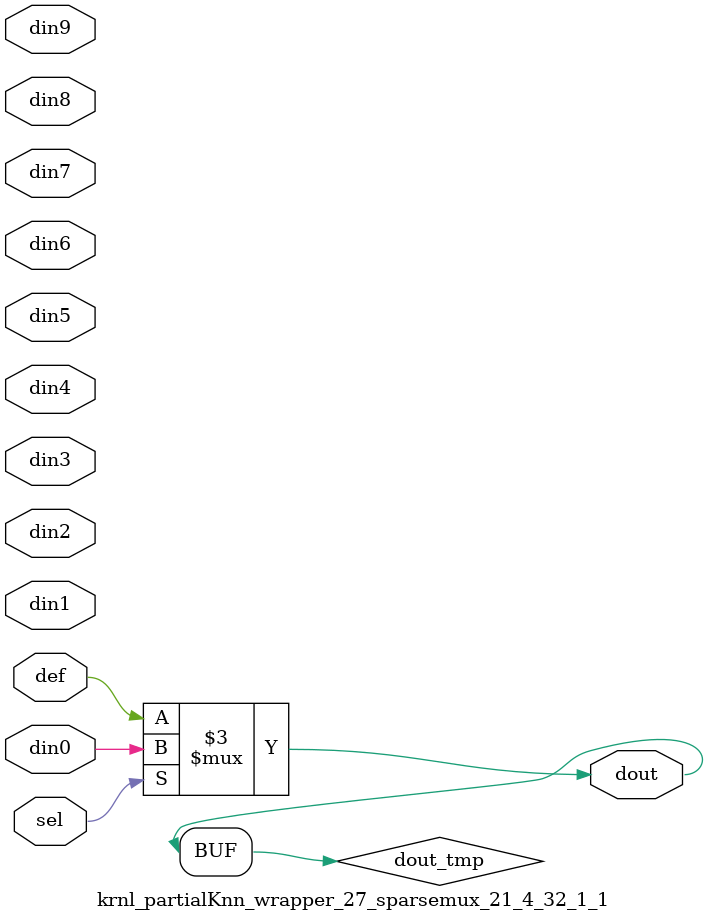
<source format=v>
`timescale 1 ns / 1 ps
module krnl_partialKnn_wrapper_27_sparsemux_21_4_32_1_1 (din0,din1,din2,din3,din4,din5,din6,din7,din8,din9,def,sel,dout);
parameter din0_WIDTH = 1;
parameter din1_WIDTH = 1;
parameter din2_WIDTH = 1;
parameter din3_WIDTH = 1;
parameter din4_WIDTH = 1;
parameter din5_WIDTH = 1;
parameter din6_WIDTH = 1;
parameter din7_WIDTH = 1;
parameter din8_WIDTH = 1;
parameter din9_WIDTH = 1;
parameter def_WIDTH = 1;
parameter sel_WIDTH = 1;
parameter dout_WIDTH = 1;
parameter [sel_WIDTH-1:0] CASE0 = 1;
parameter [sel_WIDTH-1:0] CASE1 = 1;
parameter [sel_WIDTH-1:0] CASE2 = 1;
parameter [sel_WIDTH-1:0] CASE3 = 1;
parameter [sel_WIDTH-1:0] CASE4 = 1;
parameter [sel_WIDTH-1:0] CASE5 = 1;
parameter [sel_WIDTH-1:0] CASE6 = 1;
parameter [sel_WIDTH-1:0] CASE7 = 1;
parameter [sel_WIDTH-1:0] CASE8 = 1;
parameter [sel_WIDTH-1:0] CASE9 = 1;
parameter ID = 1;
parameter NUM_STAGE = 1;
input [din0_WIDTH-1:0] din0;
input [din1_WIDTH-1:0] din1;
input [din2_WIDTH-1:0] din2;
input [din3_WIDTH-1:0] din3;
input [din4_WIDTH-1:0] din4;
input [din5_WIDTH-1:0] din5;
input [din6_WIDTH-1:0] din6;
input [din7_WIDTH-1:0] din7;
input [din8_WIDTH-1:0] din8;
input [din9_WIDTH-1:0] din9;
input [def_WIDTH-1:0] def;
input [sel_WIDTH-1:0] sel;
output [dout_WIDTH-1:0] dout;
reg [dout_WIDTH-1:0] dout_tmp;
always @ (*) begin
case (sel)
    
    CASE0 : dout_tmp = din0;
    
    CASE1 : dout_tmp = din1;
    
    CASE2 : dout_tmp = din2;
    
    CASE3 : dout_tmp = din3;
    
    CASE4 : dout_tmp = din4;
    
    CASE5 : dout_tmp = din5;
    
    CASE6 : dout_tmp = din6;
    
    CASE7 : dout_tmp = din7;
    
    CASE8 : dout_tmp = din8;
    
    CASE9 : dout_tmp = din9;
    
    default : dout_tmp = def;
endcase
end
assign dout = dout_tmp;
endmodule
</source>
